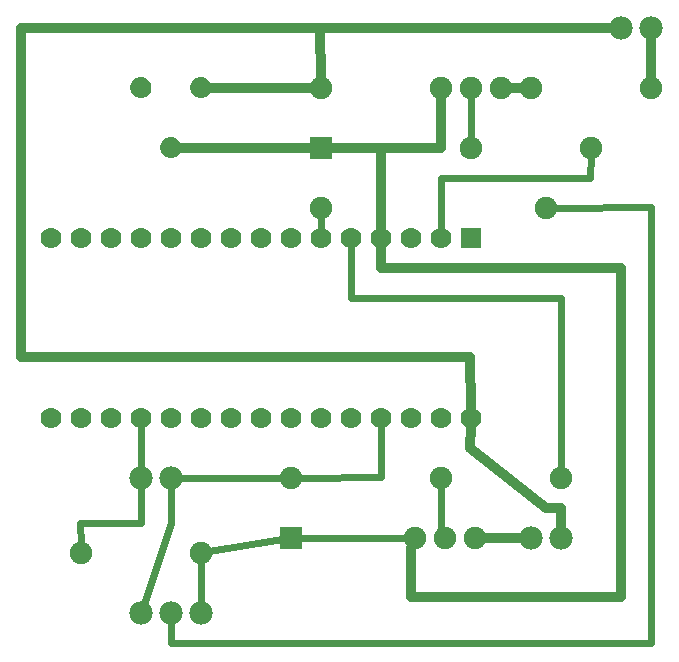
<source format=gbl>
G04 MADE WITH FRITZING*
G04 WWW.FRITZING.ORG*
G04 DOUBLE SIDED*
G04 HOLES PLATED*
G04 CONTOUR ON CENTER OF CONTOUR VECTOR*
%ASAXBY*%
%FSLAX23Y23*%
%MOIN*%
%OFA0B0*%
%SFA1.0B1.0*%
%ADD10C,0.070000*%
%ADD11C,0.075000*%
%ADD12C,0.078000*%
%ADD13R,0.070000X0.069972*%
%ADD14R,0.075000X0.075000*%
%ADD15C,0.032000*%
%ADD16C,0.024000*%
%ADD17R,0.001000X0.001000*%
%LNCOPPER0*%
G90*
G70*
G54D10*
X1561Y1422D03*
X1461Y1422D03*
X1361Y1422D03*
X1261Y1422D03*
X1161Y1422D03*
X1061Y1422D03*
X961Y1422D03*
X861Y1422D03*
X761Y1422D03*
X661Y1422D03*
X561Y1422D03*
X461Y1422D03*
X361Y1422D03*
X261Y1422D03*
X161Y1422D03*
X1561Y822D03*
X1461Y822D03*
X1361Y822D03*
X1261Y822D03*
X1161Y822D03*
X1061Y822D03*
X961Y822D03*
X861Y822D03*
X761Y822D03*
X661Y822D03*
X561Y822D03*
X461Y822D03*
X361Y822D03*
X261Y822D03*
X161Y822D03*
X661Y1922D03*
X461Y1922D03*
X561Y1722D03*
G54D11*
X961Y422D03*
X961Y622D03*
X1061Y1722D03*
X1061Y1922D03*
X1661Y1922D03*
X1561Y1922D03*
X1461Y1922D03*
X1661Y1922D03*
X1561Y1922D03*
X1461Y1922D03*
X1376Y422D03*
X1476Y422D03*
X1576Y422D03*
X1376Y422D03*
X1476Y422D03*
X1576Y422D03*
X1861Y622D03*
X1461Y622D03*
X1961Y1722D03*
X1561Y1722D03*
X1761Y1922D03*
X2161Y1922D03*
G54D12*
X2161Y2122D03*
X2061Y2122D03*
X561Y622D03*
X461Y622D03*
X661Y172D03*
X561Y172D03*
X461Y172D03*
X1761Y422D03*
X1861Y422D03*
G54D11*
X261Y372D03*
X661Y372D03*
X1061Y1522D03*
X1811Y1522D03*
G54D13*
X1561Y1422D03*
G54D14*
X961Y422D03*
X1061Y1722D03*
G54D15*
X1726Y1922D02*
X1695Y1922D01*
D02*
X2161Y2092D02*
X2161Y1951D01*
G54D16*
D02*
X1560Y1722D02*
X1538Y1705D01*
D02*
X1561Y1894D02*
X1560Y1722D01*
G54D15*
D02*
X1032Y1922D02*
X687Y1922D01*
D02*
X587Y1722D02*
X1032Y1722D01*
D02*
X1261Y1722D02*
X1261Y1451D01*
D02*
X1089Y1722D02*
X1261Y1722D01*
G54D16*
D02*
X1959Y1621D02*
X1462Y1621D01*
D02*
X1462Y1621D02*
X1461Y1451D01*
D02*
X1960Y1694D02*
X1959Y1621D01*
G54D15*
D02*
X1059Y2121D02*
X1060Y1951D01*
D02*
X2030Y2122D02*
X1059Y2121D01*
D02*
X1462Y1722D02*
X1462Y1822D01*
D02*
X1462Y1822D02*
X1461Y1888D01*
D02*
X1095Y1722D02*
X1462Y1722D01*
D02*
X61Y2121D02*
X61Y1023D01*
D02*
X61Y1023D02*
X1559Y1023D01*
D02*
X1559Y1023D02*
X1560Y851D01*
D02*
X1059Y2121D02*
X61Y2121D01*
D02*
X1060Y1951D02*
X1059Y2121D01*
G54D16*
D02*
X1160Y1221D02*
X1160Y1393D01*
D02*
X1861Y651D02*
X1862Y1221D01*
D02*
X1862Y1221D02*
X1160Y1221D01*
D02*
X1461Y594D02*
X1461Y451D01*
G54D15*
D02*
X1725Y422D02*
X1595Y422D01*
D02*
X1812Y522D02*
X1559Y720D01*
D02*
X1862Y522D02*
X1812Y522D01*
D02*
X1861Y458D02*
X1862Y522D01*
D02*
X1559Y720D02*
X1560Y793D01*
G54D16*
D02*
X461Y793D02*
X461Y652D01*
D02*
X461Y592D02*
X461Y472D01*
D02*
X461Y472D02*
X259Y472D01*
D02*
X259Y472D02*
X260Y401D01*
D02*
X689Y377D02*
X932Y418D01*
D02*
X989Y622D02*
X1261Y623D01*
D02*
X1261Y623D02*
X1261Y793D01*
D02*
X591Y622D02*
X932Y622D01*
G54D15*
D02*
X1362Y224D02*
X1361Y388D01*
D02*
X2060Y224D02*
X1362Y224D01*
D02*
X2060Y1322D02*
X2060Y224D01*
D02*
X1261Y1322D02*
X2060Y1322D01*
D02*
X1261Y1393D02*
X1261Y1322D01*
G54D16*
D02*
X562Y472D02*
X470Y201D01*
D02*
X561Y592D02*
X562Y472D01*
D02*
X661Y344D02*
X661Y202D01*
D02*
X989Y422D02*
X1332Y422D01*
D02*
X562Y72D02*
X561Y142D01*
D02*
X2161Y72D02*
X562Y72D01*
D02*
X2161Y1524D02*
X2161Y72D01*
D02*
X1839Y1522D02*
X2161Y1524D01*
D02*
X1061Y1451D02*
X1061Y1494D01*
G54D17*
X455Y1957D02*
X465Y1957D01*
X655Y1957D02*
X665Y1957D01*
X451Y1956D02*
X469Y1956D01*
X651Y1956D02*
X669Y1956D01*
X448Y1955D02*
X472Y1955D01*
X648Y1955D02*
X672Y1955D01*
X446Y1954D02*
X474Y1954D01*
X646Y1954D02*
X674Y1954D01*
X444Y1953D02*
X476Y1953D01*
X644Y1953D02*
X676Y1953D01*
X442Y1952D02*
X478Y1952D01*
X642Y1952D02*
X678Y1952D01*
X440Y1951D02*
X480Y1951D01*
X640Y1951D02*
X680Y1951D01*
X439Y1950D02*
X481Y1950D01*
X639Y1950D02*
X681Y1950D01*
X438Y1949D02*
X482Y1949D01*
X638Y1949D02*
X682Y1949D01*
X437Y1948D02*
X483Y1948D01*
X637Y1948D02*
X683Y1948D01*
X436Y1947D02*
X485Y1947D01*
X635Y1947D02*
X685Y1947D01*
X435Y1946D02*
X485Y1946D01*
X635Y1946D02*
X685Y1946D01*
X434Y1945D02*
X486Y1945D01*
X634Y1945D02*
X686Y1945D01*
X433Y1944D02*
X487Y1944D01*
X633Y1944D02*
X687Y1944D01*
X432Y1943D02*
X488Y1943D01*
X632Y1943D02*
X688Y1943D01*
X432Y1942D02*
X488Y1942D01*
X632Y1942D02*
X688Y1942D01*
X431Y1941D02*
X489Y1941D01*
X631Y1941D02*
X689Y1941D01*
X430Y1940D02*
X490Y1940D01*
X630Y1940D02*
X690Y1940D01*
X430Y1939D02*
X490Y1939D01*
X630Y1939D02*
X690Y1939D01*
X429Y1938D02*
X491Y1938D01*
X629Y1938D02*
X691Y1938D01*
X429Y1937D02*
X455Y1937D01*
X465Y1937D02*
X491Y1937D01*
X629Y1937D02*
X655Y1937D01*
X665Y1937D02*
X691Y1937D01*
X428Y1936D02*
X453Y1936D01*
X467Y1936D02*
X492Y1936D01*
X628Y1936D02*
X653Y1936D01*
X667Y1936D02*
X692Y1936D01*
X428Y1935D02*
X451Y1935D01*
X469Y1935D02*
X492Y1935D01*
X628Y1935D02*
X651Y1935D01*
X669Y1935D02*
X692Y1935D01*
X428Y1934D02*
X450Y1934D01*
X470Y1934D02*
X492Y1934D01*
X628Y1934D02*
X650Y1934D01*
X670Y1934D02*
X692Y1934D01*
X427Y1933D02*
X449Y1933D01*
X471Y1933D02*
X493Y1933D01*
X627Y1933D02*
X649Y1933D01*
X671Y1933D02*
X693Y1933D01*
X427Y1932D02*
X448Y1932D01*
X472Y1932D02*
X493Y1932D01*
X627Y1932D02*
X648Y1932D01*
X672Y1932D02*
X693Y1932D01*
X427Y1931D02*
X447Y1931D01*
X473Y1931D02*
X493Y1931D01*
X627Y1931D02*
X647Y1931D01*
X673Y1931D02*
X693Y1931D01*
X426Y1930D02*
X446Y1930D01*
X474Y1930D02*
X494Y1930D01*
X626Y1930D02*
X646Y1930D01*
X674Y1930D02*
X694Y1930D01*
X426Y1929D02*
X446Y1929D01*
X474Y1929D02*
X494Y1929D01*
X626Y1929D02*
X646Y1929D01*
X674Y1929D02*
X694Y1929D01*
X426Y1928D02*
X445Y1928D01*
X475Y1928D02*
X494Y1928D01*
X626Y1928D02*
X645Y1928D01*
X675Y1928D02*
X694Y1928D01*
X426Y1927D02*
X445Y1927D01*
X475Y1927D02*
X494Y1927D01*
X626Y1927D02*
X645Y1927D01*
X675Y1927D02*
X694Y1927D01*
X426Y1926D02*
X445Y1926D01*
X475Y1926D02*
X494Y1926D01*
X626Y1926D02*
X645Y1926D01*
X675Y1926D02*
X694Y1926D01*
X426Y1925D02*
X445Y1925D01*
X475Y1925D02*
X494Y1925D01*
X626Y1925D02*
X645Y1925D01*
X675Y1925D02*
X694Y1925D01*
X426Y1924D02*
X445Y1924D01*
X475Y1924D02*
X494Y1924D01*
X626Y1924D02*
X645Y1924D01*
X675Y1924D02*
X694Y1924D01*
X426Y1923D02*
X445Y1923D01*
X475Y1923D02*
X494Y1923D01*
X626Y1923D02*
X645Y1923D01*
X675Y1923D02*
X694Y1923D01*
X426Y1922D02*
X445Y1922D01*
X475Y1922D02*
X494Y1922D01*
X626Y1922D02*
X645Y1922D01*
X675Y1922D02*
X694Y1922D01*
X426Y1921D02*
X445Y1921D01*
X475Y1921D02*
X494Y1921D01*
X626Y1921D02*
X645Y1921D01*
X675Y1921D02*
X694Y1921D01*
X426Y1920D02*
X445Y1920D01*
X475Y1920D02*
X494Y1920D01*
X626Y1920D02*
X645Y1920D01*
X675Y1920D02*
X694Y1920D01*
X426Y1919D02*
X445Y1919D01*
X475Y1919D02*
X494Y1919D01*
X626Y1919D02*
X645Y1919D01*
X675Y1919D02*
X694Y1919D01*
X426Y1918D02*
X445Y1918D01*
X475Y1918D02*
X494Y1918D01*
X626Y1918D02*
X645Y1918D01*
X675Y1918D02*
X694Y1918D01*
X426Y1917D02*
X445Y1917D01*
X475Y1917D02*
X494Y1917D01*
X626Y1917D02*
X645Y1917D01*
X675Y1917D02*
X694Y1917D01*
X426Y1916D02*
X446Y1916D01*
X474Y1916D02*
X494Y1916D01*
X626Y1916D02*
X646Y1916D01*
X674Y1916D02*
X694Y1916D01*
X426Y1915D02*
X446Y1915D01*
X474Y1915D02*
X494Y1915D01*
X626Y1915D02*
X646Y1915D01*
X674Y1915D02*
X694Y1915D01*
X427Y1914D02*
X447Y1914D01*
X473Y1914D02*
X493Y1914D01*
X627Y1914D02*
X647Y1914D01*
X673Y1914D02*
X693Y1914D01*
X427Y1913D02*
X448Y1913D01*
X472Y1913D02*
X493Y1913D01*
X627Y1913D02*
X648Y1913D01*
X672Y1913D02*
X693Y1913D01*
X427Y1912D02*
X449Y1912D01*
X471Y1912D02*
X493Y1912D01*
X627Y1912D02*
X649Y1912D01*
X671Y1912D02*
X693Y1912D01*
X428Y1911D02*
X450Y1911D01*
X470Y1911D02*
X492Y1911D01*
X628Y1911D02*
X650Y1911D01*
X670Y1911D02*
X692Y1911D01*
X428Y1910D02*
X451Y1910D01*
X469Y1910D02*
X492Y1910D01*
X628Y1910D02*
X651Y1910D01*
X669Y1910D02*
X692Y1910D01*
X428Y1909D02*
X453Y1909D01*
X467Y1909D02*
X492Y1909D01*
X628Y1909D02*
X653Y1909D01*
X667Y1909D02*
X692Y1909D01*
X429Y1908D02*
X456Y1908D01*
X464Y1908D02*
X491Y1908D01*
X629Y1908D02*
X656Y1908D01*
X664Y1908D02*
X691Y1908D01*
X429Y1907D02*
X491Y1907D01*
X629Y1907D02*
X691Y1907D01*
X430Y1906D02*
X490Y1906D01*
X630Y1906D02*
X690Y1906D01*
X430Y1905D02*
X490Y1905D01*
X630Y1905D02*
X690Y1905D01*
X431Y1904D02*
X489Y1904D01*
X631Y1904D02*
X689Y1904D01*
X432Y1903D02*
X488Y1903D01*
X632Y1903D02*
X688Y1903D01*
X432Y1902D02*
X488Y1902D01*
X632Y1902D02*
X688Y1902D01*
X433Y1901D02*
X487Y1901D01*
X633Y1901D02*
X687Y1901D01*
X434Y1900D02*
X486Y1900D01*
X634Y1900D02*
X686Y1900D01*
X435Y1899D02*
X485Y1899D01*
X635Y1899D02*
X685Y1899D01*
X436Y1898D02*
X484Y1898D01*
X636Y1898D02*
X684Y1898D01*
X437Y1897D02*
X483Y1897D01*
X637Y1897D02*
X683Y1897D01*
X438Y1896D02*
X482Y1896D01*
X638Y1896D02*
X682Y1896D01*
X439Y1895D02*
X481Y1895D01*
X639Y1895D02*
X681Y1895D01*
X440Y1894D02*
X480Y1894D01*
X640Y1894D02*
X680Y1894D01*
X442Y1893D02*
X478Y1893D01*
X642Y1893D02*
X678Y1893D01*
X444Y1892D02*
X476Y1892D01*
X644Y1892D02*
X676Y1892D01*
X446Y1891D02*
X474Y1891D01*
X646Y1891D02*
X674Y1891D01*
X448Y1890D02*
X472Y1890D01*
X648Y1890D02*
X672Y1890D01*
X451Y1889D02*
X469Y1889D01*
X651Y1889D02*
X669Y1889D01*
X456Y1888D02*
X464Y1888D01*
X656Y1888D02*
X664Y1888D01*
X555Y1757D02*
X565Y1757D01*
X551Y1756D02*
X569Y1756D01*
X548Y1755D02*
X572Y1755D01*
X546Y1754D02*
X574Y1754D01*
X544Y1753D02*
X576Y1753D01*
X542Y1752D02*
X578Y1752D01*
X540Y1751D02*
X580Y1751D01*
X539Y1750D02*
X581Y1750D01*
X538Y1749D02*
X582Y1749D01*
X537Y1748D02*
X584Y1748D01*
X535Y1747D02*
X585Y1747D01*
X535Y1746D02*
X585Y1746D01*
X534Y1745D02*
X586Y1745D01*
X533Y1744D02*
X587Y1744D01*
X532Y1743D02*
X588Y1743D01*
X532Y1742D02*
X588Y1742D01*
X531Y1741D02*
X589Y1741D01*
X530Y1740D02*
X590Y1740D01*
X530Y1739D02*
X590Y1739D01*
X529Y1738D02*
X591Y1738D01*
X529Y1737D02*
X555Y1737D01*
X565Y1737D02*
X591Y1737D01*
X528Y1736D02*
X553Y1736D01*
X567Y1736D02*
X592Y1736D01*
X528Y1735D02*
X551Y1735D01*
X569Y1735D02*
X592Y1735D01*
X528Y1734D02*
X550Y1734D01*
X570Y1734D02*
X592Y1734D01*
X527Y1733D02*
X549Y1733D01*
X571Y1733D02*
X593Y1733D01*
X527Y1732D02*
X548Y1732D01*
X572Y1732D02*
X593Y1732D01*
X527Y1731D02*
X547Y1731D01*
X573Y1731D02*
X593Y1731D01*
X526Y1730D02*
X546Y1730D01*
X574Y1730D02*
X594Y1730D01*
X526Y1729D02*
X546Y1729D01*
X574Y1729D02*
X594Y1729D01*
X526Y1728D02*
X545Y1728D01*
X575Y1728D02*
X594Y1728D01*
X526Y1727D02*
X545Y1727D01*
X575Y1727D02*
X594Y1727D01*
X526Y1726D02*
X545Y1726D01*
X575Y1726D02*
X594Y1726D01*
X526Y1725D02*
X545Y1725D01*
X575Y1725D02*
X594Y1725D01*
X526Y1724D02*
X545Y1724D01*
X575Y1724D02*
X594Y1724D01*
X526Y1723D02*
X545Y1723D01*
X575Y1723D02*
X594Y1723D01*
X526Y1722D02*
X545Y1722D01*
X575Y1722D02*
X594Y1722D01*
X526Y1721D02*
X545Y1721D01*
X575Y1721D02*
X594Y1721D01*
X526Y1720D02*
X545Y1720D01*
X575Y1720D02*
X594Y1720D01*
X526Y1719D02*
X545Y1719D01*
X575Y1719D02*
X594Y1719D01*
X526Y1718D02*
X545Y1718D01*
X575Y1718D02*
X594Y1718D01*
X526Y1717D02*
X545Y1717D01*
X575Y1717D02*
X594Y1717D01*
X526Y1716D02*
X546Y1716D01*
X574Y1716D02*
X594Y1716D01*
X526Y1715D02*
X546Y1715D01*
X574Y1715D02*
X594Y1715D01*
X527Y1714D02*
X547Y1714D01*
X573Y1714D02*
X593Y1714D01*
X527Y1713D02*
X548Y1713D01*
X572Y1713D02*
X593Y1713D01*
X527Y1712D02*
X549Y1712D01*
X571Y1712D02*
X593Y1712D01*
X528Y1711D02*
X550Y1711D01*
X570Y1711D02*
X592Y1711D01*
X528Y1710D02*
X551Y1710D01*
X569Y1710D02*
X592Y1710D01*
X528Y1709D02*
X553Y1709D01*
X567Y1709D02*
X592Y1709D01*
X529Y1708D02*
X556Y1708D01*
X564Y1708D02*
X591Y1708D01*
X529Y1707D02*
X591Y1707D01*
X530Y1706D02*
X590Y1706D01*
X530Y1705D02*
X590Y1705D01*
X531Y1704D02*
X589Y1704D01*
X532Y1703D02*
X588Y1703D01*
X532Y1702D02*
X588Y1702D01*
X533Y1701D02*
X587Y1701D01*
X534Y1700D02*
X586Y1700D01*
X535Y1699D02*
X585Y1699D01*
X536Y1698D02*
X584Y1698D01*
X537Y1697D02*
X583Y1697D01*
X538Y1696D02*
X582Y1696D01*
X539Y1695D02*
X581Y1695D01*
X541Y1694D02*
X580Y1694D01*
X542Y1693D02*
X578Y1693D01*
X544Y1692D02*
X576Y1692D01*
X546Y1691D02*
X574Y1691D01*
X548Y1690D02*
X572Y1690D01*
X551Y1689D02*
X569Y1689D01*
X556Y1688D02*
X564Y1688D01*
D02*
G04 End of Copper0*
M02*
</source>
